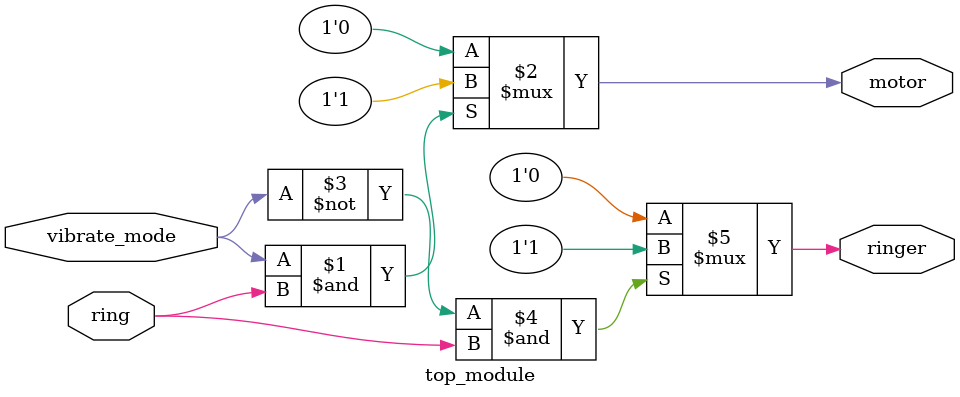
<source format=v>
module top_module (
    input ring,
    input vibrate_mode,
    output ringer,       // Make sound
    output motor         // Vibrate
);


    assign motor = vibrate_mode & ring ? 1'b1 : 1'b0;
    assign ringer = ~vibrate_mode & ring ? 1'b1 : 1'b0;


endmodule

</source>
